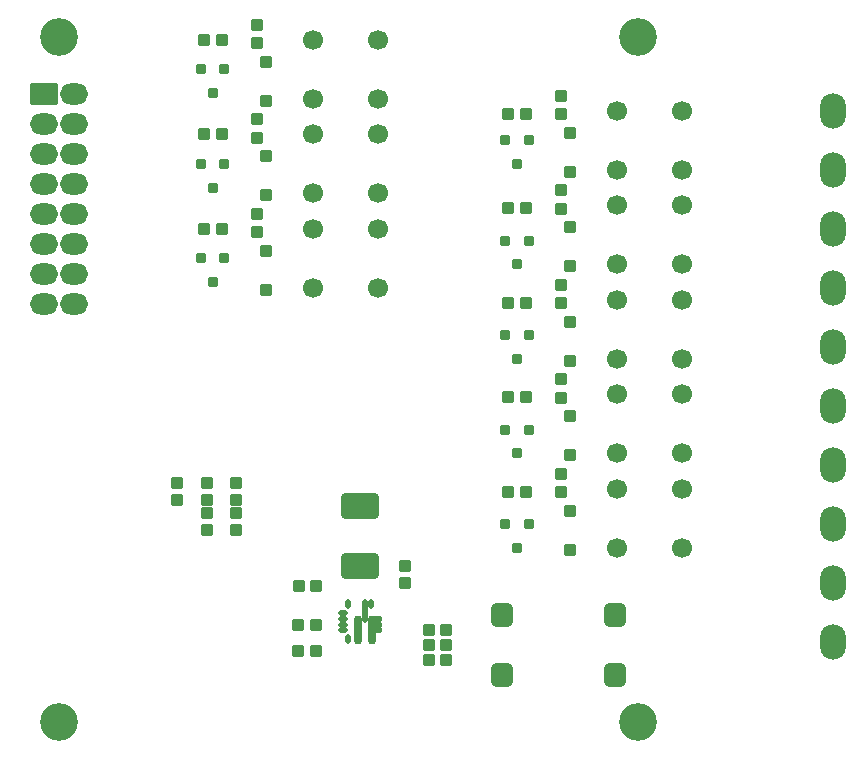
<source format=gbr>
G04 --- HEADER BEGIN --- *
G04 #@! TF.GenerationSoftware,LibrePCB,LibrePCB,1.0.0*
G04 #@! TF.CreationDate,2024-10-09T11:39:01*
G04 #@! TF.ProjectId,OSm Thermal,b11a65fa-6c4c-431c-8545-341aca355aaf,v1.11*
G04 #@! TF.Part,Single*
G04 #@! TF.SameCoordinates*
G04 #@! TF.FileFunction,Soldermask,Bot*
G04 #@! TF.FilePolarity,Negative*
%FSLAX66Y66*%
%MOMM*%
G01*
G75*
G04 --- HEADER END --- *
G04 --- APERTURE LIST BEGIN --- *
%ADD10C,1.7*%
%AMROUNDEDRECT11*20,1,1.1,-0.225,0.0,0.225,0.0,0.0*20,1,0.45,-0.55,0.0,0.55,0.0,0.0*1,1,0.65,-0.225,0.225*1,1,0.65,0.225,0.225*1,1,0.65,0.225,-0.225*1,1,0.65,-0.225,-0.225*%
%ADD11ROUNDEDRECT11*%
%AMROUNDEDRECT12*20,1,2.2,-1.25,0.0,1.25,0.0,0.0*20,1,1.5,-1.6,0.0,1.6,0.0,0.0*1,1,0.7,-1.25,0.75*1,1,0.7,1.25,0.75*1,1,0.7,1.25,-0.75*1,1,0.7,-1.25,-0.75*%
%ADD12ROUNDEDRECT12*%
%AMROUNDEDRECT13*20,1,0.45,-0.2375,0.0,0.2375,0.0,0.0*20,1,0.125,-0.4,0.0,0.4,0.0,0.0*1,1,0.325,-0.2375,0.0625*1,1,0.325,0.2375,0.0625*1,1,0.325,0.2375,-0.0625*1,1,0.325,-0.2375,-0.0625*%
%ADD13ROUNDEDRECT13*%
%AMROUNDEDRECT14*20,1,0.45,-0.2375,0.0,0.2375,0.0,90.0*20,1,0.125,-0.4,0.0,0.4,0.0,90.0*1,1,0.325,-0.0625,-0.2375*1,1,0.325,-0.0625,0.2375*1,1,0.325,0.0625,0.2375*1,1,0.325,0.0625,-0.2375*%
%ADD14ROUNDEDRECT14*%
%AMROUNDEDRECT15*20,1,0.45,-0.2875,0.0,0.2875,0.0,0.0*20,1,0.125,-0.45,0.0,0.45,0.0,0.0*1,1,0.325,-0.2875,0.0625*1,1,0.325,0.2875,0.0625*1,1,0.325,0.2875,-0.0625*1,1,0.325,-0.2875,-0.0625*%
%ADD15ROUNDEDRECT15*%
%AMOUTLINE16*4,1,32,-0.125881,-1.196593,-0.175881,-1.183196,-0.220711,-1.157314,-0.257314,-1.120711,-0.283196,-1.075881,-0.296593,-1.025881,-0.3,-1.0,-0.3,1.0,-0.296593,1.025881,-0.283196,1.075881,-0.257314,1.120711,-0.220711,1.157314,-0.175881,1.183196,-0.125881,1.196593,-0.1,1.2,0.1,1.2,0.125881,1.196593,0.175881,1.183196,0.220711,1.157314,0.257314,1.120711,0.283196,1.075881,0.296593,1.025881,0.3,1.0,0.3,-1.0,0.296593,-1.025881,0.283196,-1.075881,0.257314,-1.120711,0.220711,-1.157314,0.175881,-1.183196,0.125881,-1.196593,0.1,-1.2,-0.1,-1.2,-0.125881,-1.196593,180.0*%
%ADD16OUTLINE16*%
%AMROUNDEDRECT17*20,1,0.45,-0.8375,0.0,0.8375,0.0,90.0*20,1,0.125,-1.0,0.0,1.0,0.0,90.0*1,1,0.325,-0.0625,-0.8375*1,1,0.325,-0.0625,0.8375*1,1,0.325,0.0625,0.8375*1,1,0.325,0.0625,-0.8375*%
%ADD17ROUNDEDRECT17*%
%AMROUNDEDRECT18*20,1,0.6,-1.0,0.0,1.0,0.0,90.0*20,1,0.2,-1.2,0.0,1.2,0.0,90.0*1,1,0.4,-0.1,-1.0*1,1,0.4,-0.1,1.0*1,1,0.4,0.1,1.0*1,1,0.4,0.1,-1.0*%
%ADD18ROUNDEDRECT18*%
%AMROUNDEDRECT19*20,1,0.95,-0.4,0.0,0.4,0.0,90.0*20,1,0.75,-0.5,0.0,0.5,0.0,90.0*1,1,0.2,-0.375,-0.4*1,1,0.2,-0.375,0.4*1,1,0.2,0.375,0.4*1,1,0.2,0.375,-0.4*%
%ADD19ROUNDEDRECT19*%
%AMROUNDEDRECT20*20,1,1.0,-0.425,0.0,0.425,0.0,0.0*20,1,0.8,-0.525,0.0,0.525,0.0,0.0*1,1,0.2,-0.425,0.4*1,1,0.2,0.425,0.4*1,1,0.2,0.425,-0.4*1,1,0.2,-0.425,-0.4*%
%ADD20ROUNDEDRECT20*%
%AMROUNDEDRECT21*20,1,0.95,-0.4,0.0,0.4,0.0,0.0*20,1,0.75,-0.5,0.0,0.5,0.0,0.0*1,1,0.2,-0.4,0.375*1,1,0.2,0.4,0.375*1,1,0.2,0.4,-0.375*1,1,0.2,-0.4,-0.375*%
%ADD21ROUNDEDRECT21*%
%AMROUNDEDRECT22*20,1,1.0,-0.425,0.0,0.425,0.0,90.0*20,1,0.8,-0.525,0.0,0.525,0.0,90.0*1,1,0.2,-0.4,-0.425*1,1,0.2,-0.4,0.425*1,1,0.2,0.4,0.425*1,1,0.2,0.4,-0.425*%
%ADD22ROUNDEDRECT22*%
%AMROUNDEDRECT23*20,1,0.9,-0.175,0.0,0.175,0.0,0.0*20,1,0.35,-0.45,0.0,0.45,0.0,0.0*1,1,0.55,-0.175,0.175*1,1,0.55,0.175,0.175*1,1,0.55,0.175,-0.175*1,1,0.55,-0.175,-0.175*%
%ADD23ROUNDEDRECT23*%
%AMROUNDEDRECT24*20,1,1.8,-0.652,0.0,0.652,0.0,90.0*20,1,1.104,-1.0,0.0,1.0,0.0,90.0*1,1,0.696,-0.552,-0.652*1,1,0.696,-0.552,0.652*1,1,0.696,0.552,0.652*1,1,0.696,0.552,-0.652*%
%ADD24ROUNDEDRECT24*%
%ADD25O,2.39X1.787*%
%AMROUNDEDRECT26*20,1,1.787,-1.095,0.0,1.095,0.0,0.0*20,1,1.587,-1.195,0.0,1.195,0.0,0.0*1,1,0.2,-1.095,0.7935*1,1,0.2,1.095,0.7935*1,1,0.2,1.095,-0.7935*1,1,0.2,-1.095,-0.7935*%
%ADD26ROUNDEDRECT26*%
%ADD27O,2.2X3.0*%
%ADD28C,3.2*%
G04 --- APERTURE LIST END --- *
G04 --- BOARD BEGIN --- *
D10*
G04 #@! TO.C,K1*
X55750000Y-46750000D03*
X61250000Y-41750000D03*
X55750000Y-41750000D03*
X61250000Y-46750000D03*
D11*
G04 #@! TO.C,D6*
X51750000Y-11600000D03*
X51750000Y-14900000D03*
D12*
G04 #@! TO.C,L1*
X34000000Y-48250000D03*
X34000000Y-43250000D03*
D11*
G04 #@! TO.C,D7*
X26000000Y-5600000D03*
X26000000Y-8900000D03*
G04 #@! TO.C,D9*
X26000000Y-21600000D03*
X26000000Y-24900000D03*
D13*
G04 #@! TO.C,U1*
X32500000Y-52750000D03*
D14*
X33000000Y-54500000D03*
X33000000Y-51500000D03*
D15*
X35450000Y-53250000D03*
D14*
X34900000Y-51500000D03*
D13*
X32500000Y-52250000D03*
D16*
X35000000Y-53700000D03*
D13*
X32500000Y-53250000D03*
X32500000Y-53750000D03*
D17*
X34400000Y-52100000D03*
D15*
X35450000Y-52750000D03*
D18*
X33800000Y-53700000D03*
D15*
X35450000Y-53750000D03*
D19*
G04 #@! TO.C,R10*
X20725000Y-11750000D03*
X22275000Y-11750000D03*
D20*
G04 #@! TO.C,C5*
X39775000Y-53750000D03*
X41225000Y-53750000D03*
D21*
G04 #@! TO.C,R15*
X51000000Y-32475000D03*
X51000000Y-34025000D03*
D20*
G04 #@! TO.C,C4*
X39775000Y-55000000D03*
X41225000Y-55000000D03*
D22*
G04 #@! TO.C,C7*
X23500000Y-41275000D03*
X23500000Y-42725000D03*
D19*
G04 #@! TO.C,R3*
X28725000Y-53250000D03*
X30275000Y-53250000D03*
D23*
G04 #@! TO.C,Q2*
X46250000Y-36750000D03*
X48250000Y-36750000D03*
X47250000Y-38750000D03*
D19*
G04 #@! TO.C,R1*
X30275000Y-55500000D03*
X28725000Y-55500000D03*
D21*
G04 #@! TO.C,R14*
X51000000Y-40475000D03*
X51000000Y-42025000D03*
D20*
G04 #@! TO.C,C3*
X39775000Y-56250000D03*
X41225000Y-56250000D03*
D24*
G04 #@! TO.C,BR1*
X55600000Y-52400000D03*
X46000000Y-57500000D03*
X46000000Y-52400000D03*
X55600000Y-57500000D03*
D19*
G04 #@! TO.C,R5*
X46475000Y-34000000D03*
X48025000Y-34000000D03*
D10*
G04 #@! TO.C,K2*
X55750000Y-38750000D03*
X61250000Y-33750000D03*
X55750000Y-33750000D03*
X61250000Y-38750000D03*
G04 #@! TO.C,K5*
X55750000Y-14750000D03*
X61250000Y-9750000D03*
X55750000Y-9750000D03*
X61250000Y-14750000D03*
G04 #@! TO.C,K4*
X55750000Y-22750000D03*
X61250000Y-17750000D03*
X55750000Y-17750000D03*
X61250000Y-22750000D03*
D23*
G04 #@! TO.C,Q5*
X46250000Y-12250000D03*
X48250000Y-12250000D03*
X47250000Y-14250000D03*
D20*
G04 #@! TO.C,C1*
X28775000Y-50000000D03*
X30225000Y-50000000D03*
D21*
G04 #@! TO.C,R16*
X51000000Y-24475000D03*
X51000000Y-26025000D03*
D22*
G04 #@! TO.C,C10*
X23500000Y-45225000D03*
X23500000Y-43775000D03*
D11*
G04 #@! TO.C,D3*
X51750000Y-35600000D03*
X51750000Y-38900000D03*
D10*
G04 #@! TO.C,K6*
X30000000Y-8750000D03*
X35500000Y-3750000D03*
X30000000Y-3750000D03*
X35500000Y-8750000D03*
G04 #@! TO.C,K3*
X55750000Y-30750000D03*
X61250000Y-25750000D03*
X55750000Y-25750000D03*
X61250000Y-30750000D03*
D22*
G04 #@! TO.C,C2*
X37750000Y-49725000D03*
X37750000Y-48275000D03*
D11*
G04 #@! TO.C,D2*
X51750000Y-43600000D03*
X51750000Y-46900000D03*
D21*
G04 #@! TO.C,R18*
X51000000Y-8475000D03*
X51000000Y-10025000D03*
D25*
G04 #@! TO.C,J2*
X7230000Y-26140000D03*
X9770000Y-21060000D03*
X9770000Y-10900000D03*
X7230000Y-23600000D03*
X9770000Y-26140000D03*
X9770000Y-18520000D03*
X9770000Y-23600000D03*
X7230000Y-21060000D03*
X7230000Y-13440000D03*
X9770000Y-15980000D03*
X7230000Y-18520000D03*
D26*
X7230000Y-8360000D03*
D25*
X9770000Y-8360000D03*
X7230000Y-15980000D03*
X7230000Y-10900000D03*
X9770000Y-13440000D03*
D23*
G04 #@! TO.C,Q4*
X46250000Y-20750000D03*
X48250000Y-20750000D03*
X47250000Y-22750000D03*
D11*
G04 #@! TO.C,D8*
X26000000Y-13600000D03*
X26000000Y-16900000D03*
D19*
G04 #@! TO.C,R4*
X46475000Y-42000000D03*
X48025000Y-42000000D03*
D23*
G04 #@! TO.C,Q8*
X20500000Y-22250000D03*
X22500000Y-22250000D03*
X21500000Y-24250000D03*
D19*
G04 #@! TO.C,R7*
X46475000Y-18000000D03*
X48025000Y-18000000D03*
D21*
G04 #@! TO.C,R20*
X25250000Y-10475000D03*
X25250000Y-12025000D03*
D23*
G04 #@! TO.C,Q3*
X46250000Y-28750000D03*
X48250000Y-28750000D03*
X47250000Y-30750000D03*
D22*
G04 #@! TO.C,C6*
X18500000Y-41275000D03*
X18500000Y-42725000D03*
D19*
G04 #@! TO.C,R11*
X20725000Y-19750000D03*
X22275000Y-19750000D03*
G04 #@! TO.C,R8*
X46475000Y-10000000D03*
X48025000Y-10000000D03*
D11*
G04 #@! TO.C,D4*
X51750000Y-27600000D03*
X51750000Y-30900000D03*
D23*
G04 #@! TO.C,Q1*
X46250000Y-44750000D03*
X48250000Y-44750000D03*
X47250000Y-46750000D03*
D21*
G04 #@! TO.C,R17*
X51000000Y-16475000D03*
X51000000Y-18025000D03*
D23*
G04 #@! TO.C,Q7*
X20500000Y-14250000D03*
X22500000Y-14250000D03*
X21500000Y-16250000D03*
D27*
G04 #@! TO.C,J1*
X74000000Y-49750000D03*
X74000000Y-39750000D03*
X74000000Y-29750000D03*
X74000000Y-44750000D03*
X74000000Y-24750000D03*
X74000000Y-9750000D03*
X74000000Y-19750000D03*
X74000000Y-14750000D03*
X74000000Y-54750000D03*
X74000000Y-34750000D03*
D19*
G04 #@! TO.C,R6*
X46475000Y-26000000D03*
X48025000Y-26000000D03*
G04 #@! TO.C,R9*
X20725000Y-3750000D03*
X22275000Y-3750000D03*
D22*
G04 #@! TO.C,C9*
X21000000Y-45225000D03*
X21000000Y-43775000D03*
D11*
G04 #@! TO.C,D5*
X51750000Y-19600000D03*
X51750000Y-22900000D03*
D22*
G04 #@! TO.C,C8*
X21000000Y-41275000D03*
X21000000Y-42725000D03*
D21*
G04 #@! TO.C,R19*
X25250000Y-2475000D03*
X25250000Y-4025000D03*
G04 #@! TO.C,R21*
X25250000Y-18475000D03*
X25250000Y-20025000D03*
D10*
G04 #@! TO.C,K7*
X30000000Y-16750000D03*
X35500000Y-11750000D03*
X30000000Y-11750000D03*
X35500000Y-16750000D03*
G04 #@! TO.C,K8*
X30000000Y-24750000D03*
X35500000Y-19750000D03*
X30000000Y-19750000D03*
X35500000Y-24750000D03*
D23*
G04 #@! TO.C,Q6*
X20500000Y-6250000D03*
X22500000Y-6250000D03*
X21500000Y-8250000D03*
D28*
G04 #@! TD*
X8500000Y-61500000D03*
X57500000Y-3500000D03*
X8500000Y-3500000D03*
X57500000Y-61500000D03*
G04 --- BOARD END --- *
G04 #@! TF.MD5,5a0370d7fd407d4bc9c0f4b4635ebcba*
M02*

</source>
